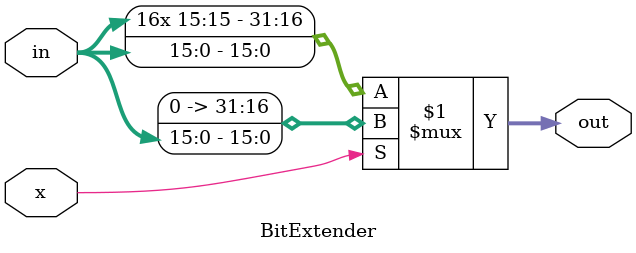
<source format=v>
module BitExtender (
    input x, //! If x==0, do sign extend, else do zero extend
    input [15:0] in, //! Input value (16 bits)
    output [31:0] out //! Extended output value (32 bits)
);

assign out = x ? {{16{1'h0}},in} : {{16{in[15]}},in};

endmodule


</source>
